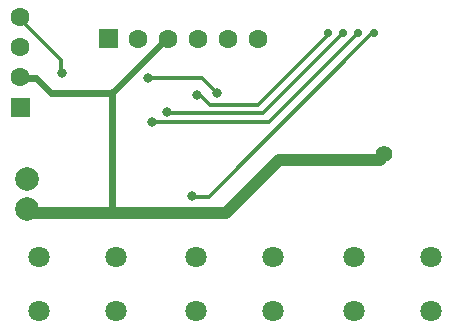
<source format=gbr>
%FSLAX34Y34*%
%MOMM*%
%LNCOPPER_TOP*%
G71*
G01*
%ADD10C,1.600*%
%ADD11C,1.800*%
%ADD12C,0.810*%
%ADD13C,0.300*%
%ADD14C,1.400*%
%ADD15C,2.000*%
%ADD16C,0.700*%
%ADD17C,1.000*%
%ADD18C,0.600*%
%LPD*%
G36*
X61850Y201006D02*
X77850Y201006D01*
X77850Y185006D01*
X61850Y185006D01*
X61850Y201006D01*
G37*
X69849Y218406D02*
G54D10*
D03*
X69850Y243806D02*
G54D10*
D03*
X69850Y269206D02*
G54D10*
D03*
X150748Y66006D02*
G54D11*
D03*
X85724Y66006D02*
G54D11*
D03*
X85724Y20998D02*
G54D11*
D03*
X150748Y20998D02*
G54D11*
D03*
X219074Y66006D02*
G54D11*
D03*
X284098Y66006D02*
G54D11*
D03*
X284098Y20997D02*
G54D11*
D03*
X219075Y20998D02*
G54D11*
D03*
X352424Y66006D02*
G54D11*
D03*
X417448Y66006D02*
G54D11*
D03*
X417448Y20997D02*
G54D11*
D03*
X352425Y20998D02*
G54D11*
D03*
G36*
X136436Y243129D02*
X136436Y259129D01*
X152436Y259129D01*
X152436Y243129D01*
X136436Y243129D01*
G37*
X169835Y251129D02*
G54D10*
D03*
X195235Y251128D02*
G54D10*
D03*
X220635Y251128D02*
G54D10*
D03*
X246035Y251128D02*
G54D10*
D03*
X271435Y251128D02*
G54D10*
D03*
X178027Y218092D02*
G54D12*
D03*
X236764Y204996D02*
G54D12*
D03*
G54D13*
X178027Y218092D02*
X223667Y218092D01*
X236764Y204996D01*
X377928Y153610D02*
G54D14*
D03*
X75998Y132480D02*
G54D15*
D03*
X75997Y107081D02*
G54D15*
D03*
X105002Y222458D02*
G54D12*
D03*
G54D13*
X73024Y271190D02*
X73024Y264840D01*
X104774Y233090D01*
X104774Y223565D01*
X219302Y203408D02*
G54D12*
D03*
X193902Y189120D02*
G54D12*
D03*
X181202Y180786D02*
G54D12*
D03*
X356225Y255796D02*
G54D16*
D03*
X343525Y255796D02*
G54D16*
D03*
X330825Y255796D02*
G54D16*
D03*
G54D13*
X219868Y202531D02*
X223043Y202531D01*
X230187Y195387D01*
X271065Y195387D01*
X330200Y254522D01*
X330596Y256109D01*
G54D13*
X193674Y187847D02*
X275431Y187847D01*
X343296Y255712D01*
X343296Y256109D01*
G54D13*
X181371Y180703D02*
X280590Y180703D01*
X355996Y256109D01*
X355996Y256506D01*
X214936Y117683D02*
G54D12*
D03*
G54D13*
X214312Y117203D02*
X229393Y117203D01*
X368696Y256506D01*
X368696Y256903D01*
X369322Y255796D02*
G54D16*
D03*
G54D17*
X73024Y103981D02*
X244474Y103981D01*
X288924Y148431D01*
X374650Y148431D01*
X377824Y152400D01*
G54D18*
X194468Y249237D02*
X191293Y249237D01*
X147637Y205581D01*
X96043Y205581D01*
X83343Y218281D01*
X72231Y218281D01*
G54D18*
X147637Y206375D02*
X147637Y105568D01*
X146843Y104775D01*
M02*

</source>
